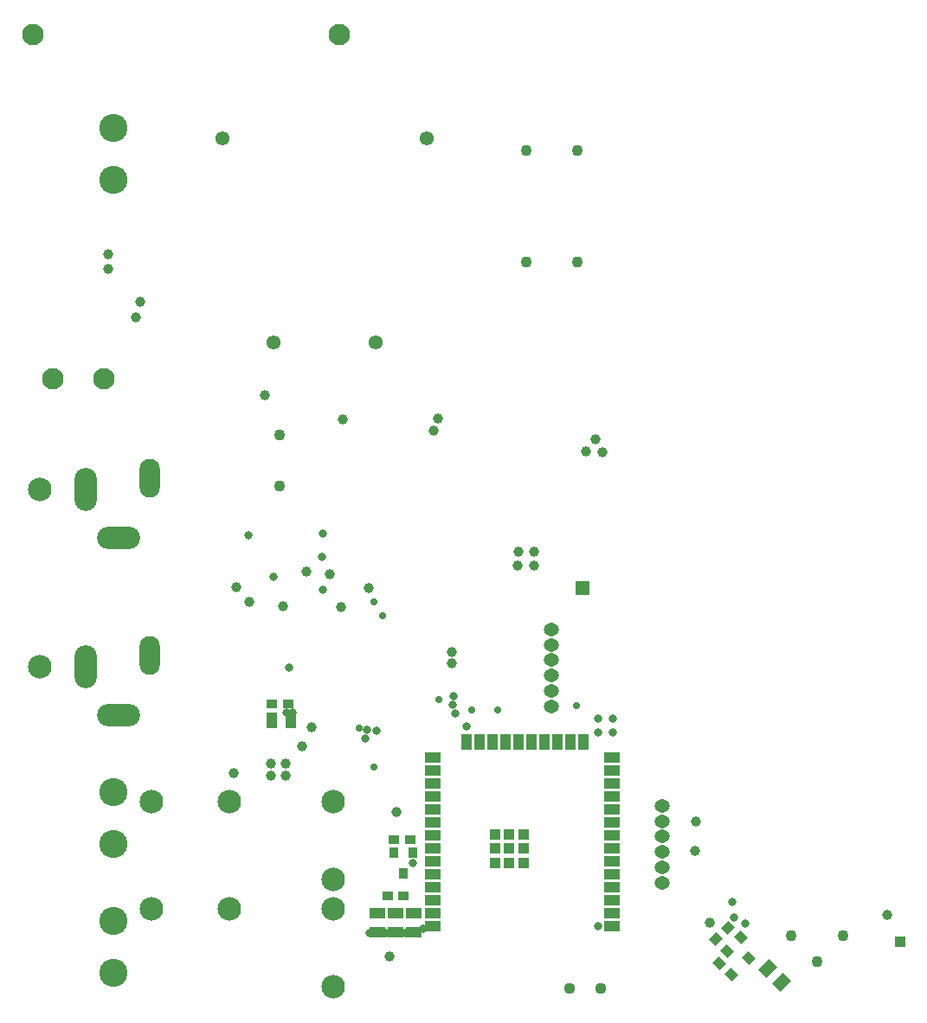
<source format=gbs>
G04*
G04 #@! TF.GenerationSoftware,Altium Limited,Altium Designer,23.7.1 (13)*
G04*
G04 Layer_Color=16711935*
%FSLAX25Y25*%
%MOIN*%
G70*
G04*
G04 #@! TF.SameCoordinates,AA4D2978-76EA-46CB-BF31-C62278C5BCD9*
G04*
G04*
G04 #@! TF.FilePolarity,Negative*
G04*
G01*
G75*
%ADD70R,0.04000X0.04000*%
%ADD74R,0.06102X0.04331*%
%ADD76R,0.04193X0.03543*%
%ADD78R,0.04331X0.06102*%
%ADD88R,0.03543X0.03937*%
%ADD113C,0.10839*%
%ADD114C,0.04394*%
%ADD115C,0.08268*%
%ADD116C,0.04331*%
%ADD117O,0.05906X0.05118*%
%ADD118C,0.09068*%
%ADD119O,0.08674X0.16548*%
%ADD120O,0.16548X0.08674*%
%ADD121O,0.07887X0.14973*%
%ADD122C,0.05433*%
%ADD123C,0.03950*%
%ADD124C,0.02769*%
%ADD125C,0.03162*%
%ADD199R,0.05650X0.05650*%
%ADD200R,0.03937X0.03937*%
%ADD201R,0.03937X0.06299*%
%ADD202R,0.06299X0.03937*%
G04:AMPARAMS|DCode=203|XSize=43.31mil|YSize=61.02mil|CornerRadius=0mil|HoleSize=0mil|Usage=FLASHONLY|Rotation=135.000|XOffset=0mil|YOffset=0mil|HoleType=Round|Shape=Rectangle|*
%AMROTATEDRECTD203*
4,1,4,0.03689,0.00626,-0.00626,-0.03689,-0.03689,-0.00626,0.00626,0.03689,0.03689,0.00626,0.0*
%
%ADD203ROTATEDRECTD203*%

G04:AMPARAMS|DCode=204|XSize=41.93mil|YSize=35.43mil|CornerRadius=0mil|HoleSize=0mil|Usage=FLASHONLY|Rotation=315.000|XOffset=0mil|YOffset=0mil|HoleType=Round|Shape=Rectangle|*
%AMROTATEDRECTD204*
4,1,4,-0.02735,0.00230,-0.00230,0.02735,0.02735,-0.00230,0.00230,-0.02735,-0.02735,0.00230,0.0*
%
%ADD204ROTATEDRECTD204*%

G04:AMPARAMS|DCode=205|XSize=35.43mil|YSize=39.37mil|CornerRadius=0mil|HoleSize=0mil|Usage=FLASHONLY|Rotation=225.000|XOffset=0mil|YOffset=0mil|HoleType=Round|Shape=Rectangle|*
%AMROTATEDRECTD205*
4,1,4,-0.00139,0.02645,0.02645,-0.00139,0.00139,-0.02645,-0.02645,0.00139,-0.00139,0.02645,0.0*
%
%ADD205ROTATEDRECTD205*%

G04:AMPARAMS|DCode=206|XSize=41.93mil|YSize=35.43mil|CornerRadius=0mil|HoleSize=0mil|Usage=FLASHONLY|Rotation=225.000|XOffset=0mil|YOffset=0mil|HoleType=Round|Shape=Rectangle|*
%AMROTATEDRECTD206*
4,1,4,0.00230,0.02735,0.02735,0.00230,-0.00230,-0.02735,-0.02735,-0.00230,0.00230,0.02735,0.0*
%
%ADD206ROTATEDRECTD206*%

D70*
X343500Y26000D02*
D03*
D74*
X142000Y37200D02*
D03*
Y29720D02*
D03*
X149000Y37200D02*
D03*
Y29720D02*
D03*
X156000Y37200D02*
D03*
Y29720D02*
D03*
D76*
X146000Y43700D02*
D03*
X152299D02*
D03*
X154800Y65450D02*
D03*
X148500D02*
D03*
X101350Y117700D02*
D03*
X107650D02*
D03*
D78*
X101350Y111400D02*
D03*
X108830D02*
D03*
D88*
X152150Y52463D02*
D03*
X155890Y60337D02*
D03*
X148410D02*
D03*
D113*
X40500Y339823D02*
D03*
Y319823D02*
D03*
Y14200D02*
D03*
Y34200D02*
D03*
Y83700D02*
D03*
Y63700D02*
D03*
D114*
X216189Y8200D02*
D03*
X228000D02*
D03*
D115*
X17157Y243200D02*
D03*
X36843D02*
D03*
X127555Y375700D02*
D03*
X9445D02*
D03*
D116*
X321622Y28600D02*
D03*
X301578D02*
D03*
X311541Y18539D02*
D03*
X199315Y331200D02*
D03*
X219000D02*
D03*
X199500Y288200D02*
D03*
X219185D02*
D03*
X104500Y221543D02*
D03*
Y201857D02*
D03*
D117*
X251850Y66611D02*
D03*
Y48895D02*
D03*
Y54800D02*
D03*
Y60706D02*
D03*
Y72517D02*
D03*
Y78422D02*
D03*
X209000Y116936D02*
D03*
Y122842D02*
D03*
Y134653D02*
D03*
Y140558D02*
D03*
Y146464D02*
D03*
Y128747D02*
D03*
D118*
X125000Y8700D02*
D03*
Y38700D02*
D03*
X55000D02*
D03*
X85000D02*
D03*
Y80200D02*
D03*
X125000D02*
D03*
Y50200D02*
D03*
X55000Y80200D02*
D03*
X12000Y200594D02*
D03*
Y132200D02*
D03*
D119*
X29717Y200594D02*
D03*
Y132200D02*
D03*
D120*
X42315Y181696D02*
D03*
Y113302D02*
D03*
D121*
X54520Y204924D02*
D03*
Y136531D02*
D03*
D122*
X141555Y256960D02*
D03*
X82500Y335700D02*
D03*
X102185Y256960D02*
D03*
X161240Y335700D02*
D03*
D123*
X264550Y61250D02*
D03*
X338375Y36475D02*
D03*
X114900Y168850D02*
D03*
X128050Y155100D02*
D03*
X38500Y291193D02*
D03*
Y285443D02*
D03*
X146850Y20525D02*
D03*
X101000Y94650D02*
D03*
Y90100D02*
D03*
X49252Y266817D02*
D03*
X50794Y272675D02*
D03*
X170800Y133550D02*
D03*
Y137700D02*
D03*
X92700Y157050D02*
D03*
X264700Y72350D02*
D03*
X270200Y33550D02*
D03*
X98801Y236822D02*
D03*
X87650Y162800D02*
D03*
X123900Y167900D02*
D03*
X86850Y91150D02*
D03*
X163800Y222950D02*
D03*
X138950Y162500D02*
D03*
X165600Y227750D02*
D03*
X105900Y155400D02*
D03*
X106700Y90100D02*
D03*
Y94650D02*
D03*
X202550Y171250D02*
D03*
X196100D02*
D03*
X202550Y176450D02*
D03*
X196400D02*
D03*
X226250Y219900D02*
D03*
X222500Y215250D02*
D03*
X228750Y214800D02*
D03*
X149350Y76050D02*
D03*
X116750Y108700D02*
D03*
X113075Y101600D02*
D03*
X128850Y227600D02*
D03*
D124*
X188600Y115550D02*
D03*
X135135Y108337D02*
D03*
X140900Y93350D02*
D03*
X165650Y119400D02*
D03*
X218950Y117100D02*
D03*
X144110Y151710D02*
D03*
X140900Y157050D02*
D03*
X178450Y115450D02*
D03*
D125*
X176500Y109050D02*
D03*
X92600Y182800D02*
D03*
X102200Y166850D02*
D03*
X138242Y107731D02*
D03*
X137600Y104431D02*
D03*
X279400Y35400D02*
D03*
X283721Y32979D02*
D03*
X227150Y32100D02*
D03*
X139150Y29550D02*
D03*
X109350Y114450D02*
D03*
X107150D02*
D03*
X232800Y112100D02*
D03*
X227250D02*
D03*
X232900Y106650D02*
D03*
X155900Y56550D02*
D03*
X159800Y31050D02*
D03*
X152950Y29550D02*
D03*
X145400D02*
D03*
X108200Y131641D02*
D03*
X141862Y107469D02*
D03*
X172000Y114102D02*
D03*
X171308Y120731D02*
D03*
X171212Y117370D02*
D03*
X121250Y161850D02*
D03*
X227300Y106650D02*
D03*
X278850Y41300D02*
D03*
X120800Y174450D02*
D03*
X121136Y183600D02*
D03*
D199*
X221175Y162275D02*
D03*
D200*
X192931Y67553D02*
D03*
Y56529D02*
D03*
X198442D02*
D03*
X187419Y67553D02*
D03*
X198442Y62041D02*
D03*
X187419D02*
D03*
X192931D02*
D03*
X198442Y67553D02*
D03*
X187419Y56529D02*
D03*
D201*
X176533Y103006D02*
D03*
D03*
X181533D02*
D03*
X186533D02*
D03*
X191533D02*
D03*
X196533D02*
D03*
X201533D02*
D03*
X206533D02*
D03*
X211533D02*
D03*
X216533D02*
D03*
X221533D02*
D03*
D202*
X232498Y32100D02*
D03*
Y37100D02*
D03*
Y42100D02*
D03*
Y47100D02*
D03*
Y52100D02*
D03*
Y57100D02*
D03*
Y62100D02*
D03*
Y67100D02*
D03*
Y72100D02*
D03*
Y77100D02*
D03*
Y82100D02*
D03*
Y87100D02*
D03*
Y92100D02*
D03*
Y97100D02*
D03*
D03*
X163600D02*
D03*
Y92100D02*
D03*
Y87100D02*
D03*
Y82100D02*
D03*
Y77100D02*
D03*
Y72100D02*
D03*
Y67100D02*
D03*
Y62100D02*
D03*
Y57100D02*
D03*
Y52100D02*
D03*
Y47100D02*
D03*
Y42100D02*
D03*
Y37100D02*
D03*
Y32100D02*
D03*
D03*
D203*
X297895Y10455D02*
D03*
X292605Y15745D02*
D03*
D204*
X278400Y13400D02*
D03*
X273946Y17854D02*
D03*
D205*
X276811Y22561D02*
D03*
X282100Y27850D02*
D03*
X285023Y19637D02*
D03*
D206*
X272573Y27023D02*
D03*
X277027Y31477D02*
D03*
M02*

</source>
